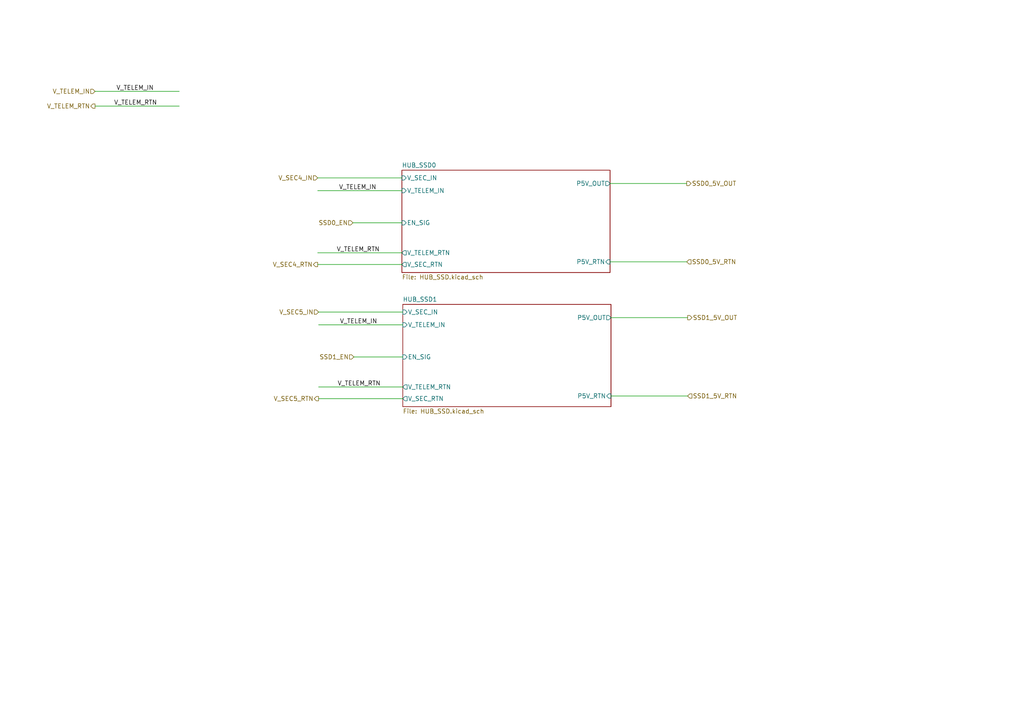
<source format=kicad_sch>
(kicad_sch
	(version 20250114)
	(generator "eeschema")
	(generator_version "9.0")
	(uuid "8cc35df7-f54b-4336-b62d-0e08f742895b")
	(paper "A4")
	(lib_symbols)
	(wire
		(pts
			(xy 176.949 75.9467) (xy 199.177 75.9467)
		)
		(stroke
			(width 0)
			(type default)
		)
		(uuid "0af480d8-4ab5-41ee-9d84-ffd6a5b8ca38")
	)
	(wire
		(pts
			(xy 27.568 26.5001) (xy 51.9896 26.5001)
		)
		(stroke
			(width 0)
			(type default)
		)
		(uuid "159d3044-2072-446a-93b0-b18167c1e4ac")
	)
	(wire
		(pts
			(xy 116.8216 103.5333) (xy 102.6292 103.5333)
		)
		(stroke
			(width 0)
			(type default)
		)
		(uuid "2335c98e-1414-44ed-bf1b-f4e8691d74a5")
	)
	(wire
		(pts
			(xy 92.1389 73.3273) (xy 116.5605 73.3273)
		)
		(stroke
			(width 0)
			(type default)
		)
		(uuid "2962812e-062c-42f7-bd26-58ef8eb4bac0")
	)
	(wire
		(pts
			(xy 116.5605 64.6219) (xy 102.3681 64.6219)
		)
		(stroke
			(width 0)
			(type default)
		)
		(uuid "31f59df9-273a-4b57-9a5c-6a1e025e20bd")
	)
	(wire
		(pts
			(xy 27.568 30.7758) (xy 51.9896 30.7758)
		)
		(stroke
			(width 0)
			(type default)
		)
		(uuid "55bb8bc3-17bc-458a-8bba-c61aae706eec")
	)
	(wire
		(pts
			(xy 92.1389 76.7171) (xy 116.5605 76.7171)
		)
		(stroke
			(width 0)
			(type default)
		)
		(uuid "5af07c68-72a5-4723-b633-84cd88ac2c43")
	)
	(wire
		(pts
			(xy 176.949 53.22) (xy 199.177 53.22)
		)
		(stroke
			(width 0)
			(type default)
		)
		(uuid "7a3cf5b4-ebfa-445c-b33e-8e3b33c97885")
	)
	(wire
		(pts
			(xy 177.2101 92.1314) (xy 199.4381 92.1314)
		)
		(stroke
			(width 0)
			(type default)
		)
		(uuid "877ebd1a-f28d-4b8e-9984-8a7513b71d0b")
	)
	(wire
		(pts
			(xy 177.2101 114.8581) (xy 199.4381 114.8581)
		)
		(stroke
			(width 0)
			(type default)
		)
		(uuid "a0cc0a5b-15a8-445d-9201-5ed88eb7f218")
	)
	(wire
		(pts
			(xy 92.4 90.5136) (xy 116.8216 90.5136)
		)
		(stroke
			(width 0)
			(type default)
		)
		(uuid "b2f2a9fa-31c2-4f4b-8822-dc77c5b05eae")
	)
	(wire
		(pts
			(xy 92.4 94.2115) (xy 116.8216 94.2115)
		)
		(stroke
			(width 0)
			(type default)
		)
		(uuid "b48b9c23-ae5e-4264-8cbf-9e60e9c46782")
	)
	(wire
		(pts
			(xy 92.1389 55.3001) (xy 116.5605 55.3001)
		)
		(stroke
			(width 0)
			(type default)
		)
		(uuid "b818ad29-5813-45cb-af47-f1dcc95f636a")
	)
	(wire
		(pts
			(xy 92.4 115.6285) (xy 116.8216 115.6285)
		)
		(stroke
			(width 0)
			(type default)
		)
		(uuid "dea3929a-093f-40c8-aed1-6b965070520b")
	)
	(wire
		(pts
			(xy 92.4 112.2387) (xy 116.8216 112.2387)
		)
		(stroke
			(width 0)
			(type default)
		)
		(uuid "e340a192-c877-4fff-8f95-36259c6391e8")
	)
	(wire
		(pts
			(xy 92.1389 51.6022) (xy 116.5605 51.6022)
		)
		(stroke
			(width 0)
			(type default)
		)
		(uuid "f93230fb-6436-4de4-9736-b9f1809833e6")
	)
	(label "V_TELEM_RTN"
		(at 33.0378 30.7758 0)
		(effects
			(font
				(size 1.27 1.27)
			)
			(justify left bottom)
		)
		(uuid "22a9661f-f1df-46ca-b841-2089e9307c6d")
	)
	(label "V_TELEM_RTN"
		(at 97.6087 73.3273 0)
		(effects
			(font
				(size 1.27 1.27)
			)
			(justify left bottom)
		)
		(uuid "5ff29f7c-9341-4b05-87f3-1140fb2b927b")
	)
	(label "V_TELEM_IN"
		(at 98.2764 55.3001 0)
		(effects
			(font
				(size 1.27 1.27)
			)
			(justify left bottom)
		)
		(uuid "6b3321c2-ac84-463e-a148-74c1da049e95")
	)
	(label "V_TELEM_IN"
		(at 33.7055 26.5001 0)
		(effects
			(font
				(size 1.27 1.27)
			)
			(justify left bottom)
		)
		(uuid "bafee2b6-f71d-4f61-8a7f-91f1042c7f4d")
	)
	(label "V_TELEM_RTN"
		(at 97.8698 112.2387 0)
		(effects
			(font
				(size 1.27 1.27)
			)
			(justify left bottom)
		)
		(uuid "e6a05ccd-a486-4000-af8c-915e9f891184")
	)
	(label "V_TELEM_IN"
		(at 98.5375 94.2115 0)
		(effects
			(font
				(size 1.27 1.27)
			)
			(justify left bottom)
		)
		(uuid "fc5de95e-c391-48a1-965b-b642e4d62829")
	)
	(hierarchical_label "SSD0_5V_OUT"
		(shape output)
		(at 199.177 53.22 0)
		(effects
			(font
				(size 1.27 1.27)
			)
			(justify left)
		)
		(uuid "17c5895a-0977-4b4e-a1ee-3f99d71426f3")
	)
	(hierarchical_label "V_TELEM_IN"
		(shape input)
		(at 27.568 26.5001 180)
		(effects
			(font
				(size 1.27 1.27)
			)
			(justify right)
		)
		(uuid "30940ce1-8e66-471a-82e8-9a7a84d688c4")
	)
	(hierarchical_label "SSD1_EN"
		(shape input)
		(at 102.6292 103.5333 180)
		(effects
			(font
				(size 1.27 1.27)
			)
			(justify right)
		)
		(uuid "3c2ef928-98a4-49dd-9135-20cfcf27554f")
	)
	(hierarchical_label "SSD1_5V_OUT"
		(shape output)
		(at 199.4381 92.1314 0)
		(effects
			(font
				(size 1.27 1.27)
			)
			(justify left)
		)
		(uuid "4d0df61f-fd40-4ba6-8bc5-9d22f66ae877")
	)
	(hierarchical_label "V_SEC4_IN"
		(shape input)
		(at 92.1389 51.6022 180)
		(effects
			(font
				(size 1.27 1.27)
			)
			(justify right)
		)
		(uuid "524e1fbe-b89d-4f5c-9811-f985ae0405bb")
	)
	(hierarchical_label "V_TELEM_RTN"
		(shape output)
		(at 27.568 30.7758 180)
		(effects
			(font
				(size 1.27 1.27)
			)
			(justify right)
		)
		(uuid "6dde537c-6d2f-4e32-a798-66ec4a482d28")
	)
	(hierarchical_label "V_SEC4_RTN"
		(shape output)
		(at 92.1389 76.7171 180)
		(effects
			(font
				(size 1.27 1.27)
			)
			(justify right)
		)
		(uuid "8c3af179-059d-4bfe-b18a-4a85a4af7d5e")
	)
	(hierarchical_label "V_SEC5_RTN"
		(shape output)
		(at 92.4 115.6285 180)
		(effects
			(font
				(size 1.27 1.27)
			)
			(justify right)
		)
		(uuid "8f16f46d-f27a-41ad-8045-0b76c73ddef9")
	)
	(hierarchical_label "SSD1_5V_RTN"
		(shape input)
		(at 199.4381 114.8581 0)
		(effects
			(font
				(size 1.27 1.27)
			)
			(justify left)
		)
		(uuid "aa055803-5552-4a87-8412-308397a0401a")
	)
	(hierarchical_label "V_SEC5_IN"
		(shape input)
		(at 92.4 90.5136 180)
		(effects
			(font
				(size 1.27 1.27)
			)
			(justify right)
		)
		(uuid "ac0dd2fd-e2b0-488f-8a78-4599f405d478")
	)
	(hierarchical_label "SSD0_EN"
		(shape input)
		(at 102.3681 64.6219 180)
		(effects
			(font
				(size 1.27 1.27)
			)
			(justify right)
		)
		(uuid "b6d4a530-ca71-4a05-917a-97fbaa4c54ba")
	)
	(hierarchical_label "SSD0_5V_RTN"
		(shape input)
		(at 199.177 75.9467 0)
		(effects
			(font
				(size 1.27 1.27)
			)
			(justify left)
		)
		(uuid "b960146d-2fd4-434d-8d3a-2a68b50df056")
	)
	(sheet
		(at 116.8216 88.2794)
		(size 60.3885 29.6823)
		(exclude_from_sim no)
		(in_bom yes)
		(on_board yes)
		(dnp no)
		(fields_autoplaced yes)
		(stroke
			(width 0.1524)
			(type solid)
		)
		(fill
			(color 0 0 0 0.0000)
		)
		(uuid "2007733d-9686-4538-b9bd-91a8106fd0b3")
		(property "Sheetname" "HUB_SSD1"
			(at 116.8216 87.5678 0)
			(effects
				(font
					(size 1.27 1.27)
				)
				(justify left bottom)
			)
		)
		(property "Sheetfile" "HUB_SSD.kicad_sch"
			(at 116.8216 118.5463 0)
			(effects
				(font
					(size 1.27 1.27)
				)
				(justify left top)
			)
		)
		(pin "V_SEC_RTN" output
			(at 116.8216 115.6285 180)
			(uuid "29e9b771-47da-493d-8b9c-86c7d38a1485")
			(effects
				(font
					(size 1.27 1.27)
				)
				(justify left)
			)
		)
		(pin "V_SEC_IN" input
			(at 116.8216 90.5136 180)
			(uuid "744fa9af-cd82-404b-a535-ef978651d32b")
			(effects
				(font
					(size 1.27 1.27)
				)
				(justify left)
			)
		)
		(pin "V_TELEM_IN" input
			(at 116.8216 94.2115 180)
			(uuid "aa810532-25e9-4137-8c54-4c73fafa7853")
			(effects
				(font
					(size 1.27 1.27)
				)
				(justify left)
			)
		)
		(pin "V_TELEM_RTN" output
			(at 116.8216 112.2387 180)
			(uuid "97ffd8d4-bda4-43a4-b845-6674268c5f24")
			(effects
				(font
					(size 1.27 1.27)
				)
				(justify left)
			)
		)
		(pin "EN_SIG" input
			(at 116.8216 103.5333 180)
			(uuid "978f7191-18a0-442c-953d-ec69a257f28e")
			(effects
				(font
					(size 1.27 1.27)
				)
				(justify left)
			)
		)
		(pin "P5V_OUT" output
			(at 177.2101 92.1314 0)
			(uuid "4af2e7a4-9f0e-449e-8d7b-75ce0b6dff3e")
			(effects
				(font
					(size 1.27 1.27)
				)
				(justify right)
			)
		)
		(pin "P5V_RTN" input
			(at 177.2101 114.8581 0)
			(uuid "fd2be5a9-d9c6-4700-a75a-7900f0809f6c")
			(effects
				(font
					(size 1.27 1.27)
				)
				(justify right)
			)
		)
		(instances
			(project "11_CPU_PDU"
				(path "/55dc6af3-8895-4b35-aaf0-b3810c84e0eb/4e515520-d9dc-47ae-8c25-59bfdbe80325"
					(page "8")
				)
			)
		)
	)
	(sheet
		(at 116.5605 49.368)
		(size 60.3885 29.6823)
		(exclude_from_sim no)
		(in_bom yes)
		(on_board yes)
		(dnp no)
		(fields_autoplaced yes)
		(stroke
			(width 0.1524)
			(type solid)
		)
		(fill
			(color 0 0 0 0.0000)
		)
		(uuid "57c29843-01b7-4210-a347-2a4b3bc84bee")
		(property "Sheetname" "HUB_SSD0"
			(at 116.5605 48.6564 0)
			(effects
				(font
					(size 1.27 1.27)
				)
				(justify left bottom)
			)
		)
		(property "Sheetfile" "HUB_SSD.kicad_sch"
			(at 116.5605 79.6349 0)
			(effects
				(font
					(size 1.27 1.27)
				)
				(justify left top)
			)
		)
		(pin "V_SEC_RTN" output
			(at 116.5605 76.7171 180)
			(uuid "d29e717a-7ab8-4043-92c5-1370d39beb3d")
			(effects
				(font
					(size 1.27 1.27)
				)
				(justify left)
			)
		)
		(pin "V_SEC_IN" input
			(at 116.5605 51.6022 180)
			(uuid "ab18b4e7-ac78-4e84-94d4-ad8f818a96d3")
			(effects
				(font
					(size 1.27 1.27)
				)
				(justify left)
			)
		)
		(pin "V_TELEM_IN" input
			(at 116.5605 55.3001 180)
			(uuid "cdc27432-b7cf-4a3d-b115-b15daed8c774")
			(effects
				(font
					(size 1.27 1.27)
				)
				(justify left)
			)
		)
		(pin "V_TELEM_RTN" output
			(at 116.5605 73.3273 180)
			(uuid "db48cc5b-60bf-4089-9409-36bfae7363e4")
			(effects
				(font
					(size 1.27 1.27)
				)
				(justify left)
			)
		)
		(pin "EN_SIG" input
			(at 116.5605 64.6219 180)
			(uuid "43bf2c50-1bf5-491f-9874-0684984f4463")
			(effects
				(font
					(size 1.27 1.27)
				)
				(justify left)
			)
		)
		(pin "P5V_OUT" output
			(at 176.949 53.22 0)
			(uuid "53496db7-a69b-400f-998f-4945dfaca763")
			(effects
				(font
					(size 1.27 1.27)
				)
				(justify right)
			)
		)
		(pin "P5V_RTN" input
			(at 176.949 75.9467 0)
			(uuid "ff4cd01c-8a97-4c8c-9a07-c962b3f1b8d2")
			(effects
				(font
					(size 1.27 1.27)
				)
				(justify right)
			)
		)
		(instances
			(project "11_CPU_PDU"
				(path "/55dc6af3-8895-4b35-aaf0-b3810c84e0eb/4e515520-d9dc-47ae-8c25-59bfdbe80325"
					(page "7")
				)
			)
		)
	)
)

</source>
